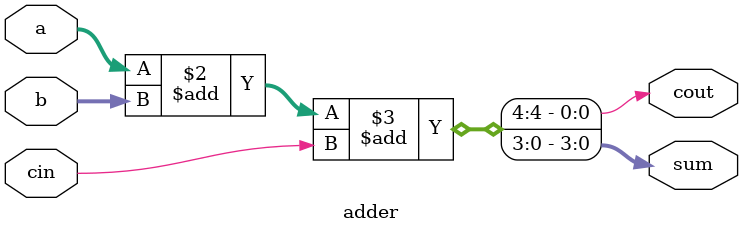
<source format=v>
module adder(a, b, cin, sum, cout);
    input [3:0] a, b;
    input cin;
    output reg[3:0] sum;
    output reg cout;
    always @(a or b)begin
        {cout, sum} = a + b + cin;
    end
endmodule
</source>
